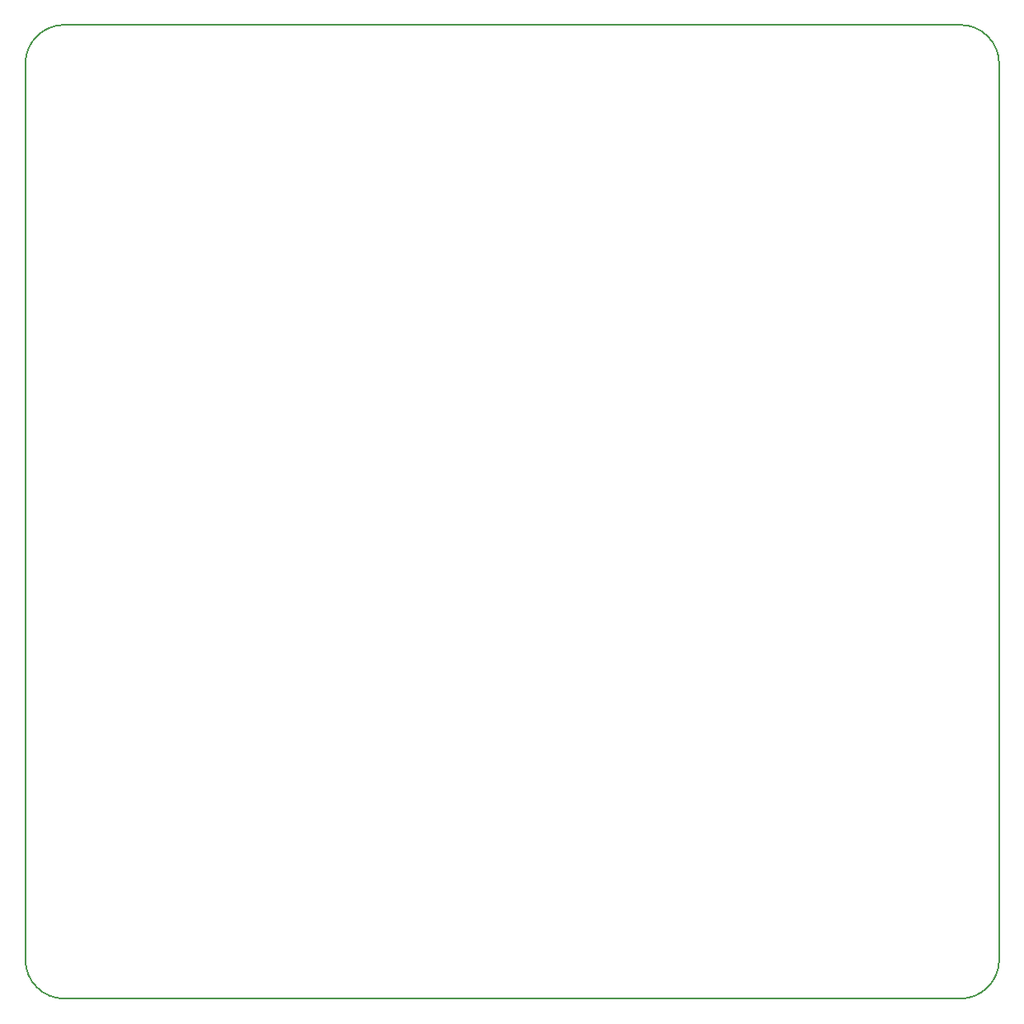
<source format=gbr>
%TF.GenerationSoftware,KiCad,Pcbnew,7.0.5*%
%TF.CreationDate,2023-09-23T15:40:50-05:00*%
%TF.ProjectId,ControlsSim,436f6e74-726f-46c7-9353-696d2e6b6963,rev?*%
%TF.SameCoordinates,Original*%
%TF.FileFunction,Profile,NP*%
%FSLAX46Y46*%
G04 Gerber Fmt 4.6, Leading zero omitted, Abs format (unit mm)*
G04 Created by KiCad (PCBNEW 7.0.5) date 2023-09-23 15:40:50*
%MOMM*%
%LPD*%
G01*
G04 APERTURE LIST*
%TA.AperFunction,Profile*%
%ADD10C,0.200000*%
%TD*%
G04 APERTURE END LIST*
D10*
X100000000Y-54000000D02*
X100000000Y-146000000D01*
X104000000Y-150000000D02*
X196000000Y-150000000D01*
X200000000Y-54000000D02*
G75*
G03*
X196000000Y-50000000I-4000000J0D01*
G01*
X200000000Y-146000000D02*
X200000000Y-54000000D01*
X104000000Y-50000000D02*
G75*
G03*
X100000000Y-54000000I0J-4000000D01*
G01*
X100000000Y-146000000D02*
G75*
G03*
X104000000Y-150000000I4000000J0D01*
G01*
X196000000Y-150000000D02*
G75*
G03*
X200000000Y-146000000I0J4000000D01*
G01*
X196000000Y-50000000D02*
X104000000Y-50000000D01*
M02*

</source>
